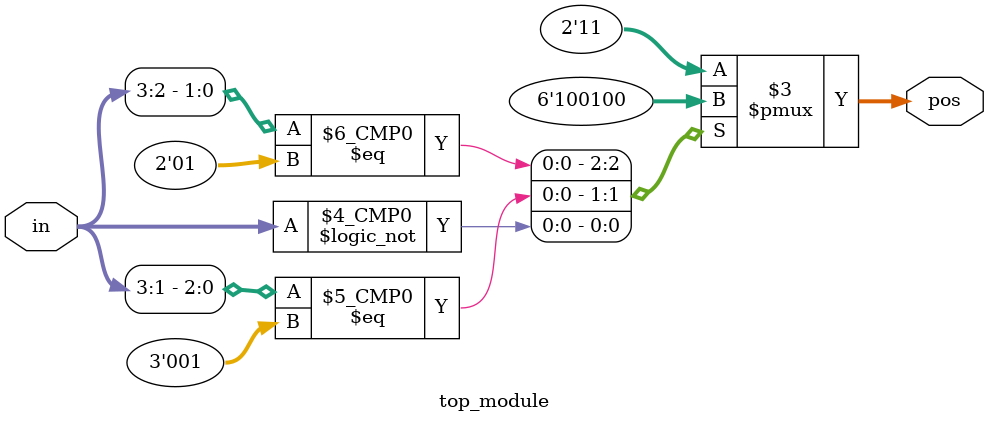
<source format=sv>
module top_module (
    input [3:0] in,
    output reg [1:0] pos
);

always @(*) begin
    casez (in)
        4'b1???: pos = 2'b11;
        4'b01??: pos = 2'b10;
        4'b001?: pos = 2'b01;
        4'b0000: pos = 2'b00;
        default: pos = 2'b11;
    endcase
end

endmodule

</source>
